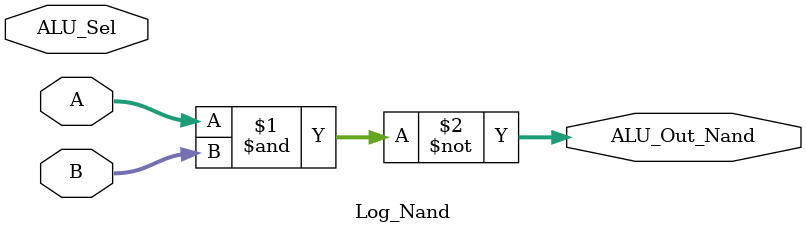
<source format=v>
module Log_Nand(output [3:0] ALU_Out_Nand,input [3:0] A, input [3:0] B,input [3:0] ALU_Sel);
assign ALU_Out_Nand = ~(A&B);
endmodule

</source>
